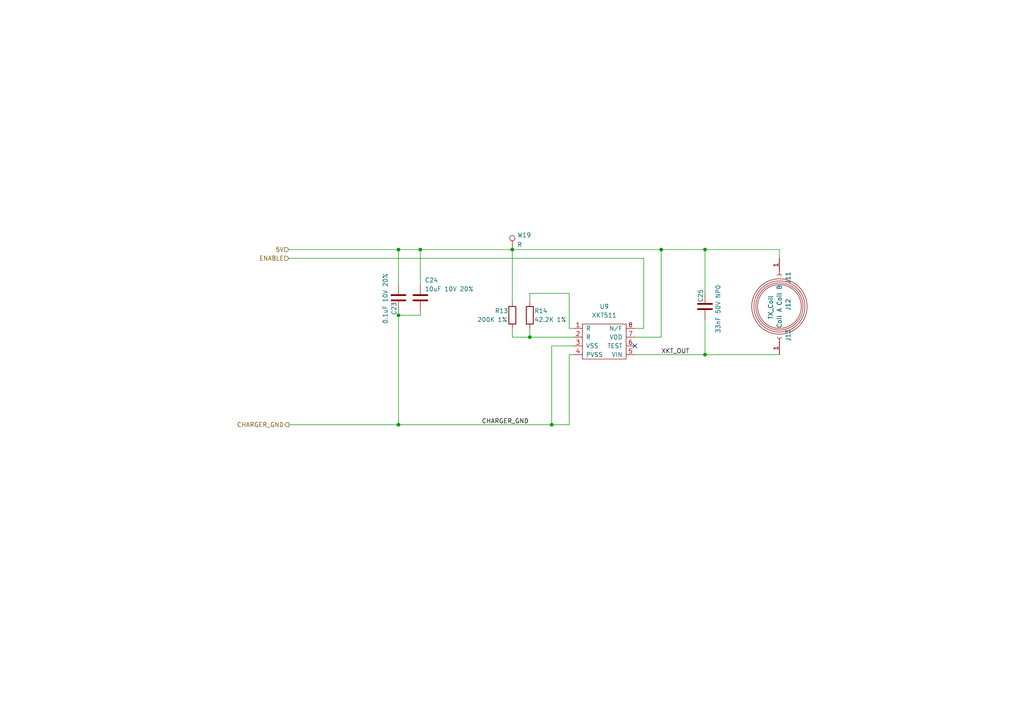
<source format=kicad_sch>
(kicad_sch (version 20230121) (generator eeschema)
  (paper "A4")
  (lib_symbols
    (symbol "Connector:Conn_01x01_Female" (pin_names (offset 1.016) hide)
      (property "Reference" "J" (at 0 2.54 0))
      (property "Value" "Conn_01x01_Female" (at 0 -2.54 0))
      (symbol "Conn_01x01_Female_1_1"
        (polyline (pts (xy -1.27 0) (xy -0.508 0)) (stroke (width 0.1524)))
        (arc (start 0 0.508) (mid -0.5058 0) (end 0 -0.508) (stroke (width 0.1524)))
        (pin passive line (at -5.08 0 0) (length 3.81) (name "Pin_1") (number "1"))
      )
    )
    (symbol "Device:C" (pin_numbers hide) (pin_names (offset 0.254))
      (property "Reference" "C" (at 0.635 2.54 0))
      (property "Value" "C" (at 0.635 -2.54 0))
      (symbol "C_0_1"
        (polyline (pts (xy -2.032 -0.762) (xy 2.032 -0.762)) (stroke (width 0.508)))
        (polyline (pts (xy -2.032 0.762) (xy 2.032 0.762)) (stroke (width 0.508)))
      )
      (symbol "C_1_1"
        (pin passive line (at 0 3.81 270) (length 2.794) (name "~") (number "1"))
        (pin passive line (at 0 -3.81 90) (length 2.794) (name "~") (number "2"))
      )
    )
    (symbol "Device:R" (pin_numbers hide) (pin_names (offset 0))
      (property "Reference" "R" (at 2.032 0 90))
      (property "Value" "R" (at 0 0 90))
      (symbol "R_0_1"
        (rectangle (start -1.016 -2.54) (end 1.016 2.54) (stroke (width 0.254)))
      )
      (symbol "R_1_1"
        (pin passive line (at 0 3.81 270) (length 1.27) (name "~") (number "1"))
        (pin passive line (at 0 -3.81 90) (length 1.27) (name "~") (number "2"))
      )
    )
    (symbol "Pixels-dice:TEST_1P-conn" (pin_numbers hide) (pin_names (offset 0.762) hide)
      (property "Reference" "W" (at 0 6.858 0))
      (property "Value" "TEST_1P-conn" (at 0 5.08 0))
      (symbol "TEST_1P-conn_0_1"
        (circle (center 0 3.302) (radius 0.762))
      )
      (symbol "TEST_1P-conn_1_1"
        (pin passive line (at 0 0 90) (length 2.54) (name "1") (number "1"))
      )
    )
    (symbol "Pixels-dice:TX_Coil"
      (property "Reference" "J" (at 0 10.16 0))
      (property "Value" "TX_Coil" (at 0 -10.16 0))
      (symbol "TX_Coil_0_1"
        (circle (center 0 0) (radius 6.35))
        (circle (center 0 0) (radius 6.8392))
        (circle (center 0 0) (radius 7.4053))
        (circle (center 0 0) (radius 8.0322))
      )
    )
    (symbol "Pixels-dice:XKT511" (pin_names (offset 1.016))
      (property "Reference" "U" (at 0 6.35 0))
      (property "Value" "XKT511" (at 0 -6.35 0))
      (symbol "XKT511_0_1"
        (rectangle (start -6.35 5.08) (end 6.35 -5.08))
      )
      (symbol "XKT511_1_1"
        (pin passive line (at -8.89 3.81 0) (length 2.54) (name "R") (number "1"))
        (pin passive line (at -8.89 1.27 0) (length 2.54) (name "R") (number "2"))
        (pin power_in line (at -8.89 -1.27 0) (length 2.54) (name "VSS") (number "3"))
        (pin power_in line (at -8.89 -3.81 0) (length 2.54) (name "PVSS") (number "4"))
        (pin input line (at 8.89 -3.81 180) (length 2.54) (name "VIN") (number "5"))
        (pin output line (at 8.89 -1.27 180) (length 2.54) (name "TEST") (number "6"))
        (pin power_in line (at 8.89 1.27 180) (length 2.54) (name "VDD") (number "7"))
        (pin input line (at 8.89 3.81 180) (length 2.54) (name "N/F") (number "8"))
      )
    )
  )
  (junction (at 115.57 123.19))
  (junction (at 153.67 97.79))
  (junction (at 160.02 123.19))
  (junction (at 148.59 72.39))
  (junction (at 191.77 72.39))
  (junction (at 115.57 91.44))
  (junction (at 115.57 72.39))
  (junction (at 121.92 72.39))
  (junction (at 204.47 102.87))
  (junction (at 204.47 72.39))
  (no_connect (at 184.15 100.33))
  (wire (pts (xy 204.47 102.87) (xy 226.06 102.87)))
  (wire (pts (xy 153.67 95.25) (xy 153.67 97.79)))
  (wire (pts (xy 121.92 72.39) (xy 121.92 82.55)))
  (wire (pts (xy 186.69 74.93) (xy 186.69 95.25)))
  (wire (pts (xy 153.67 97.79) (xy 148.59 97.79)))
  (wire (pts (xy 115.57 123.19) (xy 160.02 123.19)))
  (wire (pts (xy 83.82 123.19) (xy 115.57 123.19)))
  (wire (pts (xy 160.02 100.33) (xy 160.02 123.19)))
  (wire (pts (xy 121.92 90.17) (xy 121.92 91.44)))
  (wire (pts (xy 121.92 91.44) (xy 115.57 91.44)))
  (wire (pts (xy 166.37 100.33) (xy 160.02 100.33)))
  (wire (pts (xy 204.47 92.71) (xy 204.47 102.87)))
  (wire (pts (xy 83.82 74.93) (xy 186.69 74.93)))
  (wire (pts (xy 184.15 97.79) (xy 191.77 97.79)))
  (wire (pts (xy 165.1 85.09) (xy 165.1 95.25)))
  (wire (pts (xy 184.15 102.87) (xy 204.47 102.87)))
  (wire (pts (xy 121.92 72.39) (xy 148.59 72.39)))
  (wire (pts (xy 184.15 95.25) (xy 186.69 95.25)))
  (wire (pts (xy 165.1 95.25) (xy 166.37 95.25)))
  (wire (pts (xy 165.1 102.87) (xy 165.1 123.19)))
  (wire (pts (xy 191.77 72.39) (xy 204.47 72.39)))
  (wire (pts (xy 115.57 90.17) (xy 115.57 91.44)))
  (wire (pts (xy 153.67 85.09) (xy 153.67 87.63)))
  (wire (pts (xy 83.82 72.39) (xy 115.57 72.39)))
  (wire (pts (xy 115.57 72.39) (xy 115.57 82.55)))
  (wire (pts (xy 191.77 97.79) (xy 191.77 72.39)))
  (wire (pts (xy 148.59 97.79) (xy 148.59 95.25)))
  (wire (pts (xy 148.59 72.39) (xy 148.59 87.63)))
  (wire (pts (xy 204.47 72.39) (xy 226.06 72.39)))
  (wire (pts (xy 166.37 102.87) (xy 165.1 102.87)))
  (wire (pts (xy 226.06 74.93) (xy 226.06 72.39)))
  (wire (pts (xy 115.57 91.44) (xy 115.57 123.19)))
  (wire (pts (xy 165.1 85.09) (xy 153.67 85.09)))
  (wire (pts (xy 204.47 72.39) (xy 204.47 85.09)))
  (wire (pts (xy 148.59 72.39) (xy 191.77 72.39)))
  (wire (pts (xy 160.02 123.19) (xy 165.1 123.19)))
  (wire (pts (xy 115.57 72.39) (xy 121.92 72.39)))
  (wire (pts (xy 153.67 97.79) (xy 166.37 97.79)))
  (label "CHARGER_GND" (at 139.7 123.19 0))
  (label "XKT_OUT" (at 191.77 102.87 0))
  (hierarchical_label "CHARGER_GND" (shape output) (at 83.82 123.19 180))
  (hierarchical_label "5V" (shape input) (at 83.82 72.39 180))
  (hierarchical_label "ENABLE" (shape input) (at 83.82 74.93 180))
  (symbol (lib_id "Pixels-dice:TEST_1P-conn") (at 148.59 72.39 0) (unit 1)
    (property "Reference" "W19" (at 149.987 68.1795 0) (effects (justify left)))
    (property "Value" "R" (at 149.987 70.9546 0) (effects (justify left)))
    (property "Footprint" "Pixels-dice:TEST_PIN" (effects hide))
    (instances (project "Main" (path "" (reference "W19") (unit 1)) (path "" (reference "W4") (unit 1)) (path "" (reference "W9") (unit 1)) (path "" (reference "W14") (unit 1)) (path "" (reference "W71") (unit 1)) (path "" (reference "W24") (unit 1)) (path "" (reference "W29") (unit 1)) (path "" (reference "W34") (unit 1))))
  )
  (symbol (lib_id "Device:C") (at 204.47 88.9 0) (mirror x) (unit 1)
    (property "Reference" "C25" (at 203.2 83.82 90) (effects (justify left)))
    (property "Value" "33nF 50V NP0" (at 208.28 82.55 90) (effects (justify left)))
    (property "Footprint" "Capacitor_SMD:C_1206_3216Metric" (effects hide))
    (property "Manufacturer" "Murata" (effects hide))
    (property "Manufacturer Part Number" "GRM3195C1H333JA01D" (effects hide))
    (property "Generic OK" "NO" (effects hide))
    (instances (project "Main" (path "" (reference "C25") (unit 1)) (path "" (reference "C13") (unit 1)) (path "" (reference "C17") (unit 1)) (path "" (reference "C21") (unit 1)) (path "" (reference "C57") (unit 1)) (path "" (reference "C29") (unit 1)) (path "" (reference "C33") (unit 1)) (path "" (reference "C37") (unit 1))))
  )
  (symbol (lib_id "Device:C") (at 115.57 86.36 0) (unit 1)
    (property "Reference" "C23" (at 114.3 91.44 90) (effects (justify left)))
    (property "Value" "0.1uF 10V 20%" (at 111.76 93.98 90) (effects (justify left)))
    (property "Footprint" "Capacitor_SMD:C_0402_1005Metric" (effects hide))
    (property "LCSC Part Number" "C2168305" (effects hide))
    (property "Manufacturer" "Murata" (effects hide))
    (property "Manufacturer Part Number" "GRM155R61H104KE19D" (effects hide))
    (property "Generic OK" "YES" (effects hide))
    (instances (project "Main" (path "" (reference "C23") (unit 1)) (path "" (reference "C11") (unit 1)) (path "" (reference "C15") (unit 1)) (path "" (reference "C19") (unit 1)) (path "" (reference "C55") (unit 1)) (path "" (reference "C27") (unit 1)) (path "" (reference "C31") (unit 1)) (path "" (reference "C35") (unit 1))))
  )
  (symbol (lib_id "Pixels-dice:XKT511") (at 175.26 99.06 0) (unit 1)
    (property "Reference" "U9" (at 175.26 88.9 0))
    (property "Value" "XKT511" (at 175.26 91.44 0))
    (property "Footprint" "Pixels-dice:SOIC-8_3.9x4.9mm_P1.27mm" (effects hide))
    (property "Manufacturer" "XKT" (effects hide))
    (property "Manufacturer Part Number" "XKT-511" (effects hide))
    (instances (project "Main" (path "" (reference "U9") (unit 1)) (path "" (reference "U3") (unit 1)) (path "" (reference "U5") (unit 1)) (path "" (reference "U7") (unit 1)) (path "" (reference "U23") (unit 1)) (path "" (reference "U11") (unit 1)) (path "" (reference "U13") (unit 1)) (path "" (reference "U15") (unit 1))))
  )
  (symbol (lib_id "Device:C") (at 121.92 86.36 0) (unit 1)
    (property "Reference" "C24" (at 123.19 81.28 0) (effects (justify left)))
    (property "Value" "10uF 10V 20%" (at 123.19 83.82 0) (effects (justify left)))
    (property "Footprint" "Capacitor_SMD:C_0603_1608Metric" (effects hide))
    (property "Manufacturer" "Murata" (effects hide))
    (property "Manufacturer Part Number" "GRM188R61A106ME69D" (effects hide))
    (property "Generic OK" "YES" (effects hide))
    (instances (project "Main" (path "" (reference "C24") (unit 1)) (path "" (reference "C12") (unit 1)) (path "" (reference "C16") (unit 1)) (path "" (reference "C20") (unit 1)) (path "" (reference "C56") (unit 1)) (path "" (reference "C28") (unit 1)) (path "" (reference "C32") (unit 1)) (path "" (reference "C36") (unit 1))))
  )
  (symbol (lib_id "Pixels-dice:TX_Coil") (at 226.06 88.9 0) (unit 1)
    (property "Reference" "J12" (at 228.6 90.17 90) (effects (justify left)))
    (property "Value" "TX_Coil" (at 223.52 92.71 90) (effects (justify left)))
    (property "Footprint" "Pixels-dice:TX Coil" (effects hide))
    (instances (project "Main" (path "" (reference "J12") (unit 1)) (path "" (reference "J3") (unit 1)) (path "" (reference "J6") (unit 1)) (path "" (reference "J9") (unit 1)) (path "" (reference "J26") (unit 1)) (path "" (reference "J15") (unit 1)) (path "" (reference "J18") (unit 1)) (path "" (reference "J21") (unit 1))))
  )
  (symbol (lib_id "Connector:Conn_01x01_Female") (at 226.06 80.01 90) (mirror x) (unit 1)
    (property "Reference" "J11" (at 228.6 78.74 0) (effects (justify left)))
    (property "Value" "Coil B" (at 226.06 82.55 0) (effects (justify left)))
    (property "Footprint" "TestPoint:TestPoint_THTPad_D2.0mm_Drill1.0mm" (effects hide))
    (instances (project "Main" (path "" (reference "J11") (unit 1)) (path "" (reference "J2") (unit 1)) (path "" (reference "J5") (unit 1)) (path "" (reference "J8") (unit 1)) (path "" (reference "J25") (unit 1)) (path "" (reference "J14") (unit 1)) (path "" (reference "J17") (unit 1)) (path "" (reference "J20") (unit 1))))
  )
  (symbol (lib_id "Device:R") (at 153.67 91.44 180) (unit 1)
    (property "Reference" "R14" (at 154.94 90.17 0) (effects (justify right)))
    (property "Value" "42.2K 1%" (at 154.94 92.71 0) (effects (justify right)))
    (property "Footprint" "Resistor_SMD:R_0402_1005Metric" (effects hide))
    (property "Manufacturer" "UNI-ROYAL(Uniroyal Elec)" (effects hide))
    (property "Manufacturer Part Number" "0402WGF4222TCE" (effects hide))
    (instances (project "Main" (path "" (reference "R14") (unit 1)) (path "" (reference "R5") (unit 1)) (path "" (reference "R8") (unit 1)) (path "" (reference "R11") (unit 1)) (path "" (reference "R75") (unit 1)) (path "" (reference "R19") (unit 1)) (path "" (reference "R35") (unit 1)) (path "" (reference "R70") (unit 1))))
  )
  (symbol (lib_id "Connector:Conn_01x01_Female") (at 226.06 97.79 270) (mirror x) (unit 1)
    (property "Reference" "J13" (at 228.6 99.06 0) (effects (justify left)))
    (property "Value" "Coil A" (at 226.06 95.25 0) (effects (justify left)))
    (property "Footprint" "TestPoint:TestPoint_THTPad_D2.0mm_Drill1.0mm" (effects hide))
    (instances (project "Main" (path "" (reference "J13") (unit 1)) (path "" (reference "J4") (unit 1)) (path "" (reference "J7") (unit 1)) (path "" (reference "J10") (unit 1)) (path "" (reference "J27") (unit 1)) (path "" (reference "J16") (unit 1)) (path "" (reference "J19") (unit 1)) (path "" (reference "J22") (unit 1))))
  )
  (symbol (lib_id "Device:R") (at 148.59 91.44 180) (unit 1)
    (property "Reference" "R13" (at 143.51 90.17 0) (effects (justify right)))
    (property "Value" "200K 1%" (at 138.43 92.71 0) (effects (justify right)))
    (property "Footprint" "Resistor_SMD:R_0402_1005Metric" (effects hide))
    (property "LCSC Part Number" "C25764" (effects hide))
    (property "Manufacturer" "UNI-ROYAL(Uniroyal Elec)" (effects hide))
    (property "Manufacturer Part Number" "0402WGF2003TCE" (effects hide))
    (instances (project "Main" (path "" (reference "R13") (unit 1)) (path "" (reference "R4") (unit 1)) (path "" (reference "R7") (unit 1)) (path "" (reference "R10") (unit 1)) (path "" (reference "R74") (unit 1)) (path "" (reference "R16") (unit 1)) (path "" (reference "R33") (unit 1)) (path "" (reference "R38") (unit 1))))
  )
)
</source>
